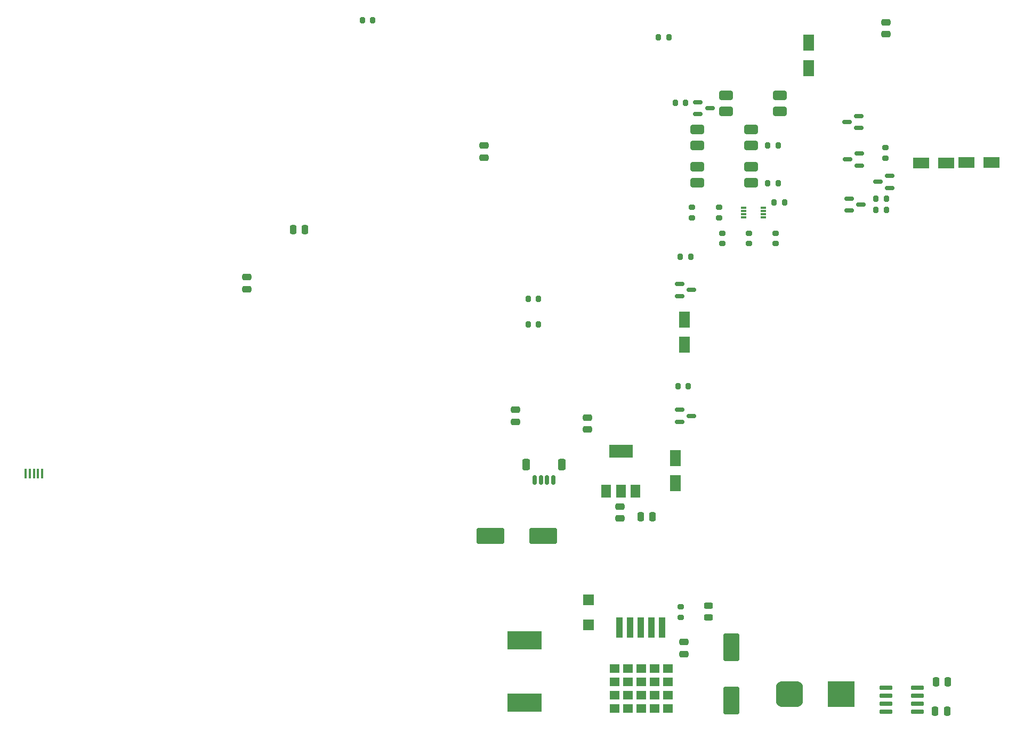
<source format=gbr>
%TF.GenerationSoftware,KiCad,Pcbnew,(6.0.10)*%
%TF.CreationDate,2023-04-23T08:01:19-06:00*%
%TF.ProjectId,AS15,41533135-2e6b-4696-9361-645f70636258,rev?*%
%TF.SameCoordinates,Original*%
%TF.FileFunction,Paste,Top*%
%TF.FilePolarity,Positive*%
%FSLAX46Y46*%
G04 Gerber Fmt 4.6, Leading zero omitted, Abs format (unit mm)*
G04 Created by KiCad (PCBNEW (6.0.10)) date 2023-04-23 08:01:19*
%MOMM*%
%LPD*%
G01*
G04 APERTURE LIST*
G04 Aperture macros list*
%AMRoundRect*
0 Rectangle with rounded corners*
0 $1 Rounding radius*
0 $2 $3 $4 $5 $6 $7 $8 $9 X,Y pos of 4 corners*
0 Add a 4 corners polygon primitive as box body*
4,1,4,$2,$3,$4,$5,$6,$7,$8,$9,$2,$3,0*
0 Add four circle primitives for the rounded corners*
1,1,$1+$1,$2,$3*
1,1,$1+$1,$4,$5*
1,1,$1+$1,$6,$7*
1,1,$1+$1,$8,$9*
0 Add four rect primitives between the rounded corners*
20,1,$1+$1,$2,$3,$4,$5,0*
20,1,$1+$1,$4,$5,$6,$7,0*
20,1,$1+$1,$6,$7,$8,$9,0*
20,1,$1+$1,$8,$9,$2,$3,0*%
G04 Aperture macros list end*
%ADD10C,0.010000*%
%ADD11R,2.500000X1.800000*%
%ADD12RoundRect,0.150000X-0.150000X-0.625000X0.150000X-0.625000X0.150000X0.625000X-0.150000X0.625000X0*%
%ADD13RoundRect,0.250000X-0.350000X-0.650000X0.350000X-0.650000X0.350000X0.650000X-0.350000X0.650000X0*%
%ADD14R,1.800000X2.500000*%
%ADD15R,5.400000X2.900000*%
%ADD16RoundRect,0.250000X-1.000000X1.950000X-1.000000X-1.950000X1.000000X-1.950000X1.000000X1.950000X0*%
%ADD17RoundRect,0.250000X-0.475000X0.250000X-0.475000X-0.250000X0.475000X-0.250000X0.475000X0.250000X0*%
%ADD18RoundRect,0.266400X0.808600X0.473600X-0.808600X0.473600X-0.808600X-0.473600X0.808600X-0.473600X0*%
%ADD19R,1.050000X3.210000*%
%ADD20RoundRect,0.250000X0.475000X-0.250000X0.475000X0.250000X-0.475000X0.250000X-0.475000X-0.250000X0*%
%ADD21RoundRect,0.200000X-0.200000X-0.275000X0.200000X-0.275000X0.200000X0.275000X-0.200000X0.275000X0*%
%ADD22RoundRect,0.200000X0.275000X-0.200000X0.275000X0.200000X-0.275000X0.200000X-0.275000X-0.200000X0*%
%ADD23RoundRect,0.250000X-0.250000X-0.475000X0.250000X-0.475000X0.250000X0.475000X-0.250000X0.475000X0*%
%ADD24R,0.850000X0.300000*%
%ADD25RoundRect,0.150000X-0.587500X-0.150000X0.587500X-0.150000X0.587500X0.150000X-0.587500X0.150000X0*%
%ADD26RoundRect,0.150000X0.587500X0.150000X-0.587500X0.150000X-0.587500X-0.150000X0.587500X-0.150000X0*%
%ADD27R,0.450000X1.500000*%
%ADD28RoundRect,0.250000X1.950000X1.000000X-1.950000X1.000000X-1.950000X-1.000000X1.950000X-1.000000X0*%
%ADD29R,1.500000X2.000000*%
%ADD30R,3.800000X2.000000*%
%ADD31RoundRect,0.200000X0.200000X0.275000X-0.200000X0.275000X-0.200000X-0.275000X0.200000X-0.275000X0*%
%ADD32R,1.800000X1.800000*%
%ADD33RoundRect,1.025000X1.125000X-1.025000X1.125000X1.025000X-1.125000X1.025000X-1.125000X-1.025000X0*%
%ADD34R,4.300000X4.100000*%
%ADD35RoundRect,0.042000X-0.943000X-0.258000X0.943000X-0.258000X0.943000X0.258000X-0.943000X0.258000X0*%
%ADD36RoundRect,0.243750X0.456250X-0.243750X0.456250X0.243750X-0.456250X0.243750X-0.456250X-0.243750X0*%
%ADD37RoundRect,0.250000X0.250000X0.475000X-0.250000X0.475000X-0.250000X-0.475000X0.250000X-0.475000X0*%
G04 APERTURE END LIST*
%TO.C,IC2*%
G36*
X122890000Y-136390000D02*
G01*
X121470000Y-136390000D01*
X121470000Y-135130000D01*
X122890000Y-135130000D01*
X122890000Y-136390000D01*
G37*
D10*
X122890000Y-136390000D02*
X121470000Y-136390000D01*
X121470000Y-135130000D01*
X122890000Y-135130000D01*
X122890000Y-136390000D01*
G36*
X129220000Y-136390000D02*
G01*
X127800000Y-136390000D01*
X127800000Y-135130000D01*
X129220000Y-135130000D01*
X129220000Y-136390000D01*
G37*
X129220000Y-136390000D02*
X127800000Y-136390000D01*
X127800000Y-135130000D01*
X129220000Y-135130000D01*
X129220000Y-136390000D01*
G36*
X131330000Y-134270000D02*
G01*
X129910000Y-134270000D01*
X129910000Y-133010000D01*
X131330000Y-133010000D01*
X131330000Y-134270000D01*
G37*
X131330000Y-134270000D02*
X129910000Y-134270000D01*
X129910000Y-133010000D01*
X131330000Y-133010000D01*
X131330000Y-134270000D01*
G36*
X127110000Y-132150000D02*
G01*
X125690000Y-132150000D01*
X125690000Y-130890000D01*
X127110000Y-130890000D01*
X127110000Y-132150000D01*
G37*
X127110000Y-132150000D02*
X125690000Y-132150000D01*
X125690000Y-130890000D01*
X127110000Y-130890000D01*
X127110000Y-132150000D01*
G36*
X125000000Y-134270000D02*
G01*
X123580000Y-134270000D01*
X123580000Y-133010000D01*
X125000000Y-133010000D01*
X125000000Y-134270000D01*
G37*
X125000000Y-134270000D02*
X123580000Y-134270000D01*
X123580000Y-133010000D01*
X125000000Y-133010000D01*
X125000000Y-134270000D01*
G36*
X125000000Y-138510000D02*
G01*
X123580000Y-138510000D01*
X123580000Y-137250000D01*
X125000000Y-137250000D01*
X125000000Y-138510000D01*
G37*
X125000000Y-138510000D02*
X123580000Y-138510000D01*
X123580000Y-137250000D01*
X125000000Y-137250000D01*
X125000000Y-138510000D01*
G36*
X131330000Y-132150000D02*
G01*
X129910000Y-132150000D01*
X129910000Y-130890000D01*
X131330000Y-130890000D01*
X131330000Y-132150000D01*
G37*
X131330000Y-132150000D02*
X129910000Y-132150000D01*
X129910000Y-130890000D01*
X131330000Y-130890000D01*
X131330000Y-132150000D01*
G36*
X122890000Y-134270000D02*
G01*
X121470000Y-134270000D01*
X121470000Y-133010000D01*
X122890000Y-133010000D01*
X122890000Y-134270000D01*
G37*
X122890000Y-134270000D02*
X121470000Y-134270000D01*
X121470000Y-133010000D01*
X122890000Y-133010000D01*
X122890000Y-134270000D01*
G36*
X125000000Y-136390000D02*
G01*
X123580000Y-136390000D01*
X123580000Y-135130000D01*
X125000000Y-135130000D01*
X125000000Y-136390000D01*
G37*
X125000000Y-136390000D02*
X123580000Y-136390000D01*
X123580000Y-135130000D01*
X125000000Y-135130000D01*
X125000000Y-136390000D01*
G36*
X127110000Y-136390000D02*
G01*
X125690000Y-136390000D01*
X125690000Y-135130000D01*
X127110000Y-135130000D01*
X127110000Y-136390000D01*
G37*
X127110000Y-136390000D02*
X125690000Y-136390000D01*
X125690000Y-135130000D01*
X127110000Y-135130000D01*
X127110000Y-136390000D01*
G36*
X122890000Y-138510000D02*
G01*
X121470000Y-138510000D01*
X121470000Y-137250000D01*
X122890000Y-137250000D01*
X122890000Y-138510000D01*
G37*
X122890000Y-138510000D02*
X121470000Y-138510000D01*
X121470000Y-137250000D01*
X122890000Y-137250000D01*
X122890000Y-138510000D01*
G36*
X131330000Y-136390000D02*
G01*
X129910000Y-136390000D01*
X129910000Y-135130000D01*
X131330000Y-135130000D01*
X131330000Y-136390000D01*
G37*
X131330000Y-136390000D02*
X129910000Y-136390000D01*
X129910000Y-135130000D01*
X131330000Y-135130000D01*
X131330000Y-136390000D01*
G36*
X125000000Y-132150000D02*
G01*
X123580000Y-132150000D01*
X123580000Y-130890000D01*
X125000000Y-130890000D01*
X125000000Y-132150000D01*
G37*
X125000000Y-132150000D02*
X123580000Y-132150000D01*
X123580000Y-130890000D01*
X125000000Y-130890000D01*
X125000000Y-132150000D01*
G36*
X129220000Y-134270000D02*
G01*
X127800000Y-134270000D01*
X127800000Y-133010000D01*
X129220000Y-133010000D01*
X129220000Y-134270000D01*
G37*
X129220000Y-134270000D02*
X127800000Y-134270000D01*
X127800000Y-133010000D01*
X129220000Y-133010000D01*
X129220000Y-134270000D01*
G36*
X129220000Y-132150000D02*
G01*
X127800000Y-132150000D01*
X127800000Y-130890000D01*
X129220000Y-130890000D01*
X129220000Y-132150000D01*
G37*
X129220000Y-132150000D02*
X127800000Y-132150000D01*
X127800000Y-130890000D01*
X129220000Y-130890000D01*
X129220000Y-132150000D01*
G36*
X127110000Y-138510000D02*
G01*
X125690000Y-138510000D01*
X125690000Y-137250000D01*
X127110000Y-137250000D01*
X127110000Y-138510000D01*
G37*
X127110000Y-138510000D02*
X125690000Y-138510000D01*
X125690000Y-137250000D01*
X127110000Y-137250000D01*
X127110000Y-138510000D01*
G36*
X131330000Y-138510000D02*
G01*
X129910000Y-138510000D01*
X129910000Y-137250000D01*
X131330000Y-137250000D01*
X131330000Y-138510000D01*
G37*
X131330000Y-138510000D02*
X129910000Y-138510000D01*
X129910000Y-137250000D01*
X131330000Y-137250000D01*
X131330000Y-138510000D01*
G36*
X122890000Y-132150000D02*
G01*
X121470000Y-132150000D01*
X121470000Y-130890000D01*
X122890000Y-130890000D01*
X122890000Y-132150000D01*
G37*
X122890000Y-132150000D02*
X121470000Y-132150000D01*
X121470000Y-130890000D01*
X122890000Y-130890000D01*
X122890000Y-132150000D01*
G36*
X127110000Y-134270000D02*
G01*
X125690000Y-134270000D01*
X125690000Y-133010000D01*
X127110000Y-133010000D01*
X127110000Y-134270000D01*
G37*
X127110000Y-134270000D02*
X125690000Y-134270000D01*
X125690000Y-133010000D01*
X127110000Y-133010000D01*
X127110000Y-134270000D01*
G36*
X129220000Y-138510000D02*
G01*
X127800000Y-138510000D01*
X127800000Y-137250000D01*
X129220000Y-137250000D01*
X129220000Y-138510000D01*
G37*
X129220000Y-138510000D02*
X127800000Y-138510000D01*
X127800000Y-137250000D01*
X129220000Y-137250000D01*
X129220000Y-138510000D01*
%TD*%
D11*
%TO.C,D12*%
X182100000Y-51100000D03*
X178100000Y-51100000D03*
%TD*%
%TO.C,D11*%
X174900000Y-51200000D03*
X170900000Y-51200000D03*
%TD*%
D12*
%TO.C,J13*%
X109500000Y-101625000D03*
X110500000Y-101625000D03*
X111500000Y-101625000D03*
X112500000Y-101625000D03*
D13*
X113800000Y-99100000D03*
X108200000Y-99100000D03*
%TD*%
D14*
%TO.C,D5*%
X133300000Y-80100000D03*
X133300000Y-76100000D03*
%TD*%
D15*
%TO.C,L1*%
X107900000Y-136950000D03*
X107900000Y-127050000D03*
%TD*%
D16*
%TO.C,C7*%
X140800000Y-128200000D03*
X140800000Y-136600000D03*
%TD*%
D17*
%TO.C,C6*%
X133200000Y-127350000D03*
X133200000Y-129250000D03*
%TD*%
D18*
%TO.C,U2*%
X143880000Y-54370000D03*
X143880000Y-51830000D03*
X135320000Y-51830000D03*
X135320000Y-54370000D03*
%TD*%
D19*
%TO.C,IC2*%
X129800000Y-125070000D03*
X128100000Y-125070000D03*
X126400000Y-125070000D03*
X124700000Y-125070000D03*
X123000000Y-125070000D03*
%TD*%
D20*
%TO.C,C3*%
X117900000Y-93550000D03*
X117900000Y-91650000D03*
%TD*%
D21*
%TO.C,R15*%
X131875000Y-41600000D03*
X133525000Y-41600000D03*
%TD*%
%TO.C,R14*%
X163750000Y-56900000D03*
X165400000Y-56900000D03*
%TD*%
D17*
%TO.C,C4*%
X123100000Y-105800000D03*
X123100000Y-107700000D03*
%TD*%
D22*
%TO.C,R10*%
X139300000Y-64025000D03*
X139300000Y-62375000D03*
%TD*%
D18*
%TO.C,U1*%
X143880000Y-48420000D03*
X143880000Y-45880000D03*
X135320000Y-45880000D03*
X135320000Y-48420000D03*
%TD*%
D21*
%TO.C,R16*%
X147575000Y-57500000D03*
X149225000Y-57500000D03*
%TD*%
D20*
%TO.C,C2*%
X165300000Y-30750000D03*
X165300000Y-28850000D03*
%TD*%
D23*
%TO.C,C10*%
X173150000Y-138300000D03*
X175050000Y-138300000D03*
%TD*%
D21*
%TO.C,R2*%
X146525000Y-54400000D03*
X148175000Y-54400000D03*
%TD*%
D24*
%TO.C,IC3*%
X142725000Y-58350000D03*
X142725000Y-58850000D03*
X142725000Y-59350000D03*
X142725000Y-59850000D03*
X145875000Y-59850000D03*
X145875000Y-59350000D03*
X145875000Y-58850000D03*
X145875000Y-58350000D03*
%TD*%
D21*
%TO.C,R3*%
X163750000Y-58700000D03*
X165400000Y-58700000D03*
%TD*%
D22*
%TO.C,R8*%
X143550000Y-64025000D03*
X143550000Y-62375000D03*
%TD*%
D25*
%TO.C,Q3*%
X132562500Y-90450000D03*
X132562500Y-92350000D03*
X134437500Y-91400000D03*
%TD*%
D22*
%TO.C,R9*%
X147800000Y-64025000D03*
X147800000Y-62375000D03*
%TD*%
D26*
%TO.C,D4*%
X165937500Y-55150000D03*
X165937500Y-53250000D03*
X164062500Y-54200000D03*
%TD*%
D27*
%TO.C,J24*%
X31300000Y-100550000D03*
X30650000Y-100550000D03*
X30000000Y-100550000D03*
X29350000Y-100550000D03*
X28700000Y-100550000D03*
%TD*%
D26*
%TO.C,D6*%
X161100000Y-51600000D03*
X161100000Y-49700000D03*
X159225000Y-50650000D03*
%TD*%
D28*
%TO.C,C8*%
X110900000Y-110500000D03*
X102500000Y-110500000D03*
%TD*%
D21*
%TO.C,R4*%
X82175000Y-28500000D03*
X83825000Y-28500000D03*
%TD*%
D29*
%TO.C,IC1*%
X120900000Y-103350000D03*
X123200000Y-103350000D03*
X125500000Y-103350000D03*
D30*
X123200000Y-97050000D03*
%TD*%
D31*
%TO.C,R6*%
X110125000Y-76900000D03*
X108475000Y-76900000D03*
%TD*%
D20*
%TO.C,C1*%
X106500000Y-92325000D03*
X106500000Y-90425000D03*
%TD*%
D32*
%TO.C,D2*%
X118100000Y-124600000D03*
X118100000Y-120600000D03*
%TD*%
D33*
%TO.C,D1*%
X150000000Y-135600000D03*
D34*
X158200000Y-135600000D03*
%TD*%
D35*
%TO.C,U4*%
X165325000Y-134595000D03*
X165325000Y-135865000D03*
X165325000Y-137135000D03*
X165325000Y-138405000D03*
X170275000Y-138405000D03*
X170275000Y-137135000D03*
X170275000Y-135865000D03*
X170275000Y-134595000D03*
%TD*%
D14*
%TO.C,D8*%
X131900000Y-102100000D03*
X131900000Y-98100000D03*
%TD*%
D22*
%TO.C,R7*%
X132700000Y-123406250D03*
X132700000Y-121756250D03*
%TD*%
D23*
%TO.C,C9*%
X173250000Y-133700000D03*
X175150000Y-133700000D03*
%TD*%
D36*
%TO.C,D3*%
X137100000Y-123418750D03*
X137100000Y-121543750D03*
%TD*%
D21*
%TO.C,R13*%
X132675000Y-66100000D03*
X134325000Y-66100000D03*
%TD*%
D37*
%TO.C,C12*%
X73050000Y-61800000D03*
X71150000Y-61800000D03*
%TD*%
D23*
%TO.C,C5*%
X126350000Y-107400000D03*
X128250000Y-107400000D03*
%TD*%
D14*
%TO.C,D9*%
X153000000Y-32100000D03*
X153000000Y-36100000D03*
%TD*%
D17*
%TO.C,C13*%
X63800000Y-69350000D03*
X63800000Y-71250000D03*
%TD*%
D22*
%TO.C,R11*%
X138800000Y-59925000D03*
X138800000Y-58275000D03*
%TD*%
D21*
%TO.C,R18*%
X132275000Y-86700000D03*
X133925000Y-86700000D03*
%TD*%
D31*
%TO.C,R19*%
X130825000Y-31200000D03*
X129175000Y-31200000D03*
%TD*%
D22*
%TO.C,R12*%
X134500000Y-59925000D03*
X134500000Y-58275000D03*
%TD*%
D18*
%TO.C,U3*%
X148480000Y-42970000D03*
X148480000Y-40430000D03*
X139920000Y-40430000D03*
X139920000Y-42970000D03*
%TD*%
D25*
%TO.C,Q2*%
X135462500Y-41550000D03*
X135462500Y-43450000D03*
X137337500Y-42500000D03*
%TD*%
D21*
%TO.C,R1*%
X146525000Y-48400000D03*
X148175000Y-48400000D03*
%TD*%
D25*
%TO.C,D10*%
X159462500Y-56850000D03*
X159462500Y-58750000D03*
X161337500Y-57800000D03*
%TD*%
D20*
%TO.C,C11*%
X101500000Y-50350000D03*
X101500000Y-48450000D03*
%TD*%
D31*
%TO.C,R5*%
X110125000Y-72800000D03*
X108475000Y-72800000D03*
%TD*%
D22*
%TO.C,R17*%
X165200000Y-50425000D03*
X165200000Y-48775000D03*
%TD*%
D26*
%TO.C,D7*%
X161037500Y-45650000D03*
X161037500Y-43750000D03*
X159162500Y-44700000D03*
%TD*%
D25*
%TO.C,Q1*%
X132562500Y-70450000D03*
X132562500Y-72350000D03*
X134437500Y-71400000D03*
%TD*%
M02*

</source>
